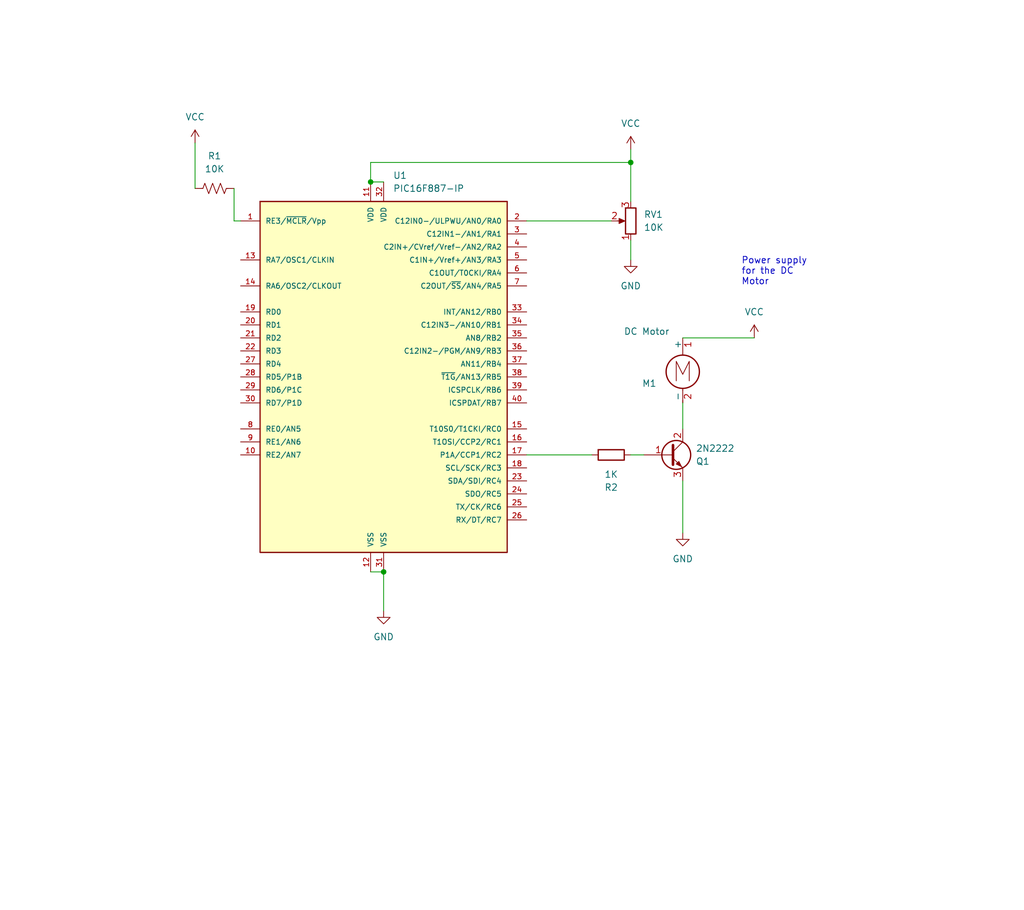
<source format=kicad_sch>
(kicad_sch (version 20230121) (generator eeschema)
  (paper "User" 200 177.8)
  (title_block (title "Cooler Speed Controll with PIC16877 (PDW and ADC)") (company "Ricardo Lima Caratti"))
  (lib_symbols
    (symbol "Device:Q_NPN_BCE" (pin_names (offset 0) hide)
      (property "Reference" "Q" (at 5.08 1.27 0))
      (property "Value" "Q_NPN_BCE" (at 5.08 -1.27 0))
      (symbol "Q_NPN_BCE_0_1"
        (polyline (pts (xy 0.635 0.635) (xy 2.54 2.54)))
        (polyline (pts (xy 0.635 -0.635) (xy 2.54 -2.54) (xy 2.54 -2.54)))
        (polyline (pts (xy 0.635 1.905) (xy 0.635 -1.905) (xy 0.635 -1.905)) (stroke (width 0.508)))
        (polyline (pts (xy 1.27 -1.778) (xy 1.778 -1.27) (xy 2.286 -2.286) (xy 1.27 -1.778) (xy 1.27 -1.778)) (fill (type outline)))
        (circle (center 1.27 0) (radius 2.8194) (stroke (width 0.254)))
      )
      (symbol "Q_NPN_BCE_1_1"
        (pin input line (at -5.08 0 0) (length 5.715) (name "B") (number "1"))
        (pin passive line (at 2.54 5.08 270) (length 2.54) (name "C") (number "2"))
        (pin passive line (at 2.54 -5.08 90) (length 2.54) (name "E") (number "3"))
      )
    )
    (symbol "Device:R" (pin_numbers hide) (pin_names (offset 0))
      (property "Reference" "R" (at 2.032 0 90))
      (property "Value" "R" (at 0 0 90))
      (symbol "R_0_1"
        (rectangle (start -1.016 -2.54) (end 1.016 2.54) (stroke (width 0.254)))
      )
      (symbol "R_1_1"
        (pin passive line (at 0 3.81 270) (length 1.27) (name "~") (number "1"))
        (pin passive line (at 0 -3.81 90) (length 1.27) (name "~") (number "2"))
      )
    )
    (symbol "Device:R_Potentiometer" (pin_names (offset 1.016) hide)
      (property "Reference" "RV" (at -4.445 0 90))
      (property "Value" "R_Potentiometer" (at -2.54 0 90))
      (symbol "R_Potentiometer_0_1"
        (polyline (pts (xy 2.54 0) (xy 1.524 0)))
        (polyline (pts (xy 1.143 0) (xy 2.286 0.508) (xy 2.286 -0.508) (xy 1.143 0)) (fill (type outline)))
        (rectangle (start 1.016 2.54) (end -1.016 -2.54) (stroke (width 0.254)))
      )
      (symbol "R_Potentiometer_1_1"
        (pin passive line (at 0 3.81 270) (length 1.27) (name "1") (number "1"))
        (pin passive line (at 3.81 0 180) (length 1.27) (name "2") (number "2"))
        (pin passive line (at 0 -3.81 90) (length 1.27) (name "3") (number "3"))
      )
    )
    (symbol "Device:R_US" (pin_numbers hide) (pin_names (offset 0))
      (property "Reference" "R" (at 2.54 0 90))
      (property "Value" "R_US" (at -2.54 0 90))
      (symbol "R_US_0_1"
        (polyline (pts (xy 0 -2.286) (xy 0 -2.54)))
        (polyline (pts (xy 0 2.286) (xy 0 2.54)))
        (polyline (pts (xy 0 -0.762) (xy 1.016 -1.143) (xy 0 -1.524) (xy -1.016 -1.905) (xy 0 -2.286)))
        (polyline (pts (xy 0 0.762) (xy 1.016 0.381) (xy 0 0) (xy -1.016 -0.381) (xy 0 -0.762)))
        (polyline (pts (xy 0 2.286) (xy 1.016 1.905) (xy 0 1.524) (xy -1.016 1.143) (xy 0 0.762)))
      )
      (symbol "R_US_1_1"
        (pin passive line (at 0 3.81 270) (length 1.27) (name "~") (number "1"))
        (pin passive line (at 0 -3.81 90) (length 1.27) (name "~") (number "2"))
      )
    )
    (symbol "MCU_Microchip_PIC16:PIC16F887-IP" (pin_names (offset 1.016))
      (property "Reference" "U" (at 6.35 38.1 0))
      (property "Value" "PIC16F887-IP" (at 6.35 35.56 0))
      (symbol "PIC16F887-IP_0_1"
        (rectangle (start -24.13 -34.29) (end 24.13 34.29) (stroke (width 0.254)) (fill (type background)))
      )
      (symbol "PIC16F887-IP_1_1"
        (pin input line (at -27.94 30.48 0) (length 3.81) (name "RE3/~{MCLR}/Vpp") (number "1"))
        (pin bidirectional line (at -27.94 -15.24 0) (length 3.81) (name "RE2/AN7") (number "10"))
        (pin power_in line (at -2.54 38.1 270) (length 3.81) (name "VDD") (number "11"))
        (pin power_in line (at -2.54 -38.1 90) (length 3.81) (name "VSS") (number "12"))
        (pin bidirectional line (at -27.94 22.86 0) (length 3.81) (name "RA7/OSC1/CLKIN") (number "13"))
        (pin bidirectional line (at -27.94 17.78 0) (length 3.81) (name "RA6/OSC2/CLKOUT") (number "14"))
        (pin bidirectional line (at 27.94 -10.16 180) (length 3.81) (name "T10S0/T1CKI/RC0") (number "15"))
        (pin bidirectional line (at 27.94 -12.7 180) (length 3.81) (name "T1OSI/CCP2/RC1") (number "16"))
        (pin bidirectional line (at 27.94 -15.24 180) (length 3.81) (name "P1A/CCP1/RC2") (number "17"))
        (pin bidirectional line (at 27.94 -17.78 180) (length 3.81) (name "SCL/SCK/RC3") (number "18"))
        (pin bidirectional line (at -27.94 12.7 0) (length 3.81) (name "RD0") (number "19"))
        (pin bidirectional line (at 27.94 30.48 180) (length 3.81) (name "C12IN0-/ULPWU/AN0/RA0") (number "2"))
        (pin bidirectional line (at -27.94 10.16 0) (length 3.81) (name "RD1") (number "20"))
        (pin bidirectional line (at -27.94 7.62 0) (length 3.81) (name "RD2") (number "21"))
        (pin bidirectional line (at -27.94 5.08 0) (length 3.81) (name "RD3") (number "22"))
        (pin bidirectional line (at 27.94 -20.32 180) (length 3.81) (name "SDA/SDI/RC4") (number "23"))
        (pin bidirectional line (at 27.94 -22.86 180) (length 3.81) (name "SDO/RC5") (number "24"))
        (pin bidirectional line (at 27.94 -25.4 180) (length 3.81) (name "TX/CK/RC6") (number "25"))
        (pin bidirectional line (at 27.94 -27.94 180) (length 3.81) (name "RX/DT/RC7") (number "26"))
        (pin bidirectional line (at -27.94 2.54 0) (length 3.81) (name "RD4") (number "27"))
        (pin bidirectional line (at -27.94 0 0) (length 3.81) (name "RD5/P1B") (number "28"))
        (pin bidirectional line (at -27.94 -2.54 0) (length 3.81) (name "RD6/P1C") (number "29"))
        (pin bidirectional line (at 27.94 27.94 180) (length 3.81) (name "C12IN1-/AN1/RA1") (number "3"))
        (pin bidirectional line (at -27.94 -5.08 0) (length 3.81) (name "RD7/P1D") (number "30"))
        (pin power_in line (at 0 -38.1 90) (length 3.81) (name "VSS") (number "31"))
        (pin power_in line (at 0 38.1 270) (length 3.81) (name "VDD") (number "32"))
        (pin bidirectional line (at 27.94 12.7 180) (length 3.81) (name "INT/AN12/RB0") (number "33"))
        (pin bidirectional line (at 27.94 10.16 180) (length 3.81) (name "C12IN3-/AN10/RB1") (number "34"))
        (pin bidirectional line (at 27.94 7.62 180) (length 3.81) (name "AN8/RB2") (number "35"))
        (pin bidirectional line (at 27.94 5.08 180) (length 3.81) (name "C12IN2-/PGM/AN9/RB3") (number "36"))
        (pin bidirectional line (at 27.94 2.54 180) (length 3.81) (name "AN11/RB4") (number "37"))
        (pin bidirectional line (at 27.94 0 180) (length 3.81) (name "~{T1G}/AN13/RB5") (number "38"))
        (pin bidirectional line (at 27.94 -2.54 180) (length 3.81) (name "ICSPCLK/RB6") (number "39"))
        (pin bidirectional line (at 27.94 25.4 180) (length 3.81) (name "C2IN+/CVref/Vref-/AN2/RA2") (number "4"))
        (pin bidirectional line (at 27.94 -5.08 180) (length 3.81) (name "ICSPDAT/RB7") (number "40"))
        (pin bidirectional line (at 27.94 22.86 180) (length 3.81) (name "C1IN+/Vref+/AN3/RA3") (number "5"))
        (pin bidirectional line (at 27.94 20.32 180) (length 3.81) (name "C1OUT/T0CKI/RA4") (number "6"))
        (pin bidirectional line (at 27.94 17.78 180) (length 3.81) (name "C2OUT/~{SS}/AN4/RA5") (number "7"))
        (pin bidirectional line (at -27.94 -10.16 0) (length 3.81) (name "RE0/AN5") (number "8"))
        (pin bidirectional line (at -27.94 -12.7 0) (length 3.81) (name "RE1/AN6") (number "9"))
      )
    )
    (symbol "Motor:Motor_DC" (pin_names (offset 0))
      (property "Reference" "M" (at 2.54 2.54 0))
      (property "Value" "Motor_DC" (at 2.54 -5.08 0))
      (symbol "Motor_DC_0_0"
        (polyline (pts (xy -1.27 -3.302) (xy -1.27 0.508) (xy 0 -2.032) (xy 1.27 0.508) (xy 1.27 -3.302)))
      )
      (symbol "Motor_DC_0_1"
        (circle (center 0 -1.524) (radius 3.2512) (stroke (width 0.254)))
        (polyline (pts (xy 0 -7.62) (xy 0 -7.112)))
        (polyline (pts (xy 0 -4.7752) (xy 0 -5.1816)))
        (polyline (pts (xy 0 1.7272) (xy 0 2.0828)))
        (polyline (pts (xy 0 2.032) (xy 0 2.54)))
      )
      (symbol "Motor_DC_1_1"
        (pin passive line (at 0 5.08 270) (length 2.54) (name "+") (number "1"))
        (pin passive line (at 0 -7.62 90) (length 2.54) (name "-") (number "2"))
      )
    )
    (symbol "power:GND" (power) (pin_names (offset 0))
      (property "Value" "GND" (at 0 -3.81 0))
      (symbol "GND_0_1"
        (polyline (pts (xy 0 0) (xy 0 -1.27) (xy 1.27 -1.27) (xy 0 -2.54) (xy -1.27 -1.27) (xy 0 -1.27)))
      )
      (symbol "GND_1_1"
        (pin power_in line (at 0 0 270) (length 0) hide (name "GND") (number "1"))
      )
    )
    (symbol "power:VCC" (power) (pin_names (offset 0))
      (property "Value" "VCC" (at 0 3.81 0))
      (symbol "VCC_0_1"
        (polyline (pts (xy -0.762 1.27) (xy 0 2.54)))
        (polyline (pts (xy 0 0) (xy 0 2.54)))
        (polyline (pts (xy 0 2.54) (xy 0.762 1.27)))
      )
      (symbol "VCC_1_1"
        (pin power_in line (at 0 0 90) (length 0) hide (name "VCC") (number "1"))
      )
    )
  )
  (junction (at 123.19 31.75))
  (junction (at 74.93 111.76))
  (junction (at 72.39 35.56))
  (wire (pts (xy 38.1 27.94) (xy 38.1 36.83)))
  (wire (pts (xy 133.35 78.74) (xy 133.35 83.82)))
  (wire (pts (xy 102.87 88.9) (xy 115.57 88.9)))
  (wire (pts (xy 72.39 35.56) (xy 74.93 35.56)))
  (wire (pts (xy 133.35 66.04) (xy 147.32 66.04)))
  (wire (pts (xy 133.35 93.98) (xy 133.35 104.14)))
  (wire (pts (xy 72.39 31.75) (xy 123.19 31.75)))
  (wire (pts (xy 74.93 111.76) (xy 74.93 119.38)))
  (wire (pts (xy 123.19 31.75) (xy 123.19 39.37)))
  (wire (pts (xy 125.73 88.9) (xy 123.19 88.9)))
  (wire (pts (xy 72.39 35.56) (xy 72.39 31.75)))
  (wire (pts (xy 102.87 43.18) (xy 119.38 43.18)))
  (wire (pts (xy 72.39 111.76) (xy 74.93 111.76)))
  (wire (pts (xy 45.72 36.83) (xy 45.72 43.18)))
  (wire (pts (xy 123.19 29.21) (xy 123.19 31.75)))
  (wire (pts (xy 45.72 43.18) (xy 46.99 43.18)))
  (wire (pts (xy 123.19 46.99) (xy 123.19 50.8)))
  (text "Power supply\nfor the DC \nMotor" (at 144.78 55.88 0) (effects (font (size 1.27 1.27)) (justify left bottom)))
  (symbol (lib_id "power:VCC") (at 147.32 66.04 0) (unit 1)
    (property "Reference" "#12V02" (effects hide))
    (property "Value" "VCC" (at 147.32 60.96 0))
  )
  (symbol (lib_id "power:VCC") (at 123.19 29.21 0) (unit 1)
    (property "Reference" "#12V03" (effects hide))
    (property "Value" "VCC" (at 123.19 24.13 0))
  )
  (symbol (lib_id "Device:R_US") (at 41.91 36.83 90) (unit 1)
    (property "Reference" "R1" (at 41.91 30.48 90))
    (property "Value" "10K" (at 41.91 33.02 90))
  )
  (symbol (lib_id "power:GND") (at 123.19 50.8 0) (unit 1)
    (property "Reference" "#PWR01" (effects hide))
    (property "Value" "GND" (at 123.19 55.88 0))
  )
  (symbol (lib_id "Device:Q_NPN_BCE") (at 130.81 88.9 0) (unit 1)
    (property "Reference" "Q1" (at 135.89 90.17 0) (effects (justify left)))
    (property "Value" "2N2222" (at 135.89 87.63 0) (effects (justify left)))
  )
  (symbol (lib_id "MCU_Microchip_PIC16:PIC16F887-IP") (at 74.93 73.66 0) (unit 1)
    (property "Reference" "U1" (at 76.7589 34.29 0) (effects (justify left)))
    (property "Value" "PIC16F887-IP" (at 76.7589 36.83 0) (effects (justify left)))
    (property "Datasheet" "http://ww1.microchip.com/downloads/en/DeviceDoc/41291D.pdf" (effects hide))
  )
  (symbol (lib_id "power:GND") (at 74.93 119.38 0) (unit 1)
    (property "Reference" "#PWR03" (effects hide))
    (property "Value" "GND" (at 74.93 124.46 0))
  )
  (symbol (lib_id "Motor:Motor_DC") (at 133.35 71.12 0) (unit 1)
    (property "Reference" "M1" (at 128.27 74.93 0) (effects (justify right)))
    (property "Value" "DC Motor" (at 130.81 64.77 0) (effects (justify right)))
  )
  (symbol (lib_id "Device:R") (at 119.38 88.9 90) (unit 1)
    (property "Reference" "R2" (at 119.38 95.25 90))
    (property "Value" "1K" (at 119.38 92.71 90))
  )
  (symbol (lib_id "power:GND") (at 133.35 104.14 0) (unit 1)
    (property "Reference" "#PWR02" (effects hide))
    (property "Value" "GND" (at 133.35 109.22 0))
  )
  (symbol (lib_id "power:VCC") (at 38.1 27.94 0) (unit 1)
    (property "Reference" "#12V01" (effects hide))
    (property "Value" "VCC" (at 38.1 22.86 0))
  )
  (symbol (lib_id "Device:R_Potentiometer") (at 123.19 43.18 180) (unit 1)
    (property "Reference" "RV1" (at 125.73 41.91 0) (effects (justify right)))
    (property "Value" "10K" (at 125.73 44.45 0) (effects (justify right)))
  )
)
</source>
